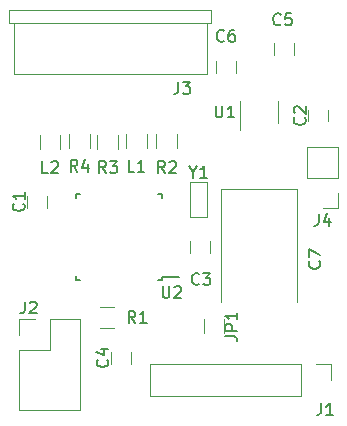
<source format=gbr>
G04 #@! TF.FileFunction,Legend,Top*
%FSLAX46Y46*%
G04 Gerber Fmt 4.6, Leading zero omitted, Abs format (unit mm)*
G04 Created by KiCad (PCBNEW 4.0.6) date 12/07/17 13:55:48*
%MOMM*%
%LPD*%
G01*
G04 APERTURE LIST*
%ADD10C,0.100000*%
%ADD11C,0.120000*%
%ADD12C,0.150000*%
%ADD13C,0.050000*%
G04 APERTURE END LIST*
D10*
D11*
X134650000Y-86800000D02*
X134650000Y-87800000D01*
X136350000Y-87800000D02*
X136350000Y-86800000D01*
X158450000Y-79500000D02*
X158450000Y-80500000D01*
X160150000Y-80500000D02*
X160150000Y-79500000D01*
X150150000Y-91600000D02*
X150150000Y-90600000D01*
X148450000Y-90600000D02*
X148450000Y-91600000D01*
X141750000Y-100000000D02*
X141750000Y-101000000D01*
X143450000Y-101000000D02*
X143450000Y-100000000D01*
X155550000Y-73900000D02*
X155550000Y-74900000D01*
X157250000Y-74900000D02*
X157250000Y-73900000D01*
X150650000Y-75400000D02*
X150650000Y-76400000D01*
X152350000Y-76400000D02*
X152350000Y-75400000D01*
X145070000Y-101070000D02*
X145070000Y-103730000D01*
X157830000Y-101070000D02*
X145070000Y-101070000D01*
X157830000Y-103730000D02*
X145070000Y-103730000D01*
X157830000Y-101070000D02*
X157830000Y-103730000D01*
X159100000Y-101070000D02*
X160430000Y-101070000D01*
X160430000Y-101070000D02*
X160430000Y-102400000D01*
X133970000Y-104970000D02*
X139170000Y-104970000D01*
X133970000Y-99830000D02*
X133970000Y-104970000D01*
X139170000Y-97230000D02*
X139170000Y-104970000D01*
X133970000Y-99830000D02*
X136570000Y-99830000D01*
X136570000Y-99830000D02*
X136570000Y-97230000D01*
X136570000Y-97230000D02*
X139170000Y-97230000D01*
X133970000Y-98560000D02*
X133970000Y-97230000D01*
X133970000Y-97230000D02*
X135300000Y-97230000D01*
X151380000Y-97250000D02*
X151380000Y-98450000D01*
X149620000Y-98450000D02*
X149620000Y-97250000D01*
X140620000Y-82850000D02*
X140620000Y-81650000D01*
X142380000Y-81650000D02*
X142380000Y-82850000D01*
X137480000Y-81650000D02*
X137480000Y-82850000D01*
X135720000Y-82850000D02*
X135720000Y-81650000D01*
X140850000Y-96220000D02*
X142050000Y-96220000D01*
X142050000Y-97980000D02*
X140850000Y-97980000D01*
X145620000Y-82750000D02*
X145620000Y-81550000D01*
X147380000Y-81550000D02*
X147380000Y-82750000D01*
X144780000Y-81550000D02*
X144780000Y-82750000D01*
X143020000Y-82750000D02*
X143020000Y-81550000D01*
X139980000Y-81550000D02*
X139980000Y-82750000D01*
X138220000Y-82750000D02*
X138220000Y-81550000D01*
X155910000Y-80600000D02*
X155910000Y-78800000D01*
X152690000Y-78800000D02*
X152690000Y-81250000D01*
D12*
X146075000Y-93925000D02*
X146075000Y-93700000D01*
X138825000Y-93925000D02*
X138825000Y-93600000D01*
X138825000Y-86675000D02*
X138825000Y-87000000D01*
X146075000Y-86675000D02*
X146075000Y-87000000D01*
X146075000Y-93925000D02*
X145750000Y-93925000D01*
X146075000Y-86675000D02*
X145750000Y-86675000D01*
X138825000Y-86675000D02*
X139150000Y-86675000D01*
X138825000Y-93925000D02*
X139150000Y-93925000D01*
X146075000Y-93700000D02*
X147500000Y-93700000D01*
D10*
X148500000Y-85600000D02*
X148500000Y-88600000D01*
X148500000Y-88600000D02*
X149900000Y-88600000D01*
X149900000Y-88600000D02*
X149900000Y-85600000D01*
X149900000Y-85600000D02*
X148500000Y-85600000D01*
D13*
X133600000Y-76500000D02*
X133600000Y-72200000D01*
X149900000Y-76500000D02*
X133600000Y-76500000D01*
X149900000Y-72200000D02*
X149900000Y-76500000D01*
D10*
X150275000Y-72200000D02*
X150275000Y-71100000D01*
X133125000Y-72200000D02*
X133125000Y-71100000D01*
X150275000Y-72200000D02*
X133125000Y-72200000D01*
X150275000Y-71100000D02*
X133125000Y-71100000D01*
D11*
X157550000Y-86225000D02*
X157550000Y-95825000D01*
X151050000Y-86225000D02*
X151050000Y-95825000D01*
X157550000Y-86225000D02*
X151050000Y-86225000D01*
X161030000Y-82670000D02*
X158370000Y-82670000D01*
X161030000Y-85270000D02*
X161030000Y-82670000D01*
X158370000Y-85270000D02*
X158370000Y-82670000D01*
X161030000Y-85270000D02*
X158370000Y-85270000D01*
X161030000Y-86540000D02*
X161030000Y-87870000D01*
X161030000Y-87870000D02*
X159700000Y-87870000D01*
D12*
X134357143Y-87466666D02*
X134404762Y-87514285D01*
X134452381Y-87657142D01*
X134452381Y-87752380D01*
X134404762Y-87895238D01*
X134309524Y-87990476D01*
X134214286Y-88038095D01*
X134023810Y-88085714D01*
X133880952Y-88085714D01*
X133690476Y-88038095D01*
X133595238Y-87990476D01*
X133500000Y-87895238D01*
X133452381Y-87752380D01*
X133452381Y-87657142D01*
X133500000Y-87514285D01*
X133547619Y-87466666D01*
X134452381Y-86514285D02*
X134452381Y-87085714D01*
X134452381Y-86800000D02*
X133452381Y-86800000D01*
X133595238Y-86895238D01*
X133690476Y-86990476D01*
X133738095Y-87085714D01*
X158157143Y-80166666D02*
X158204762Y-80214285D01*
X158252381Y-80357142D01*
X158252381Y-80452380D01*
X158204762Y-80595238D01*
X158109524Y-80690476D01*
X158014286Y-80738095D01*
X157823810Y-80785714D01*
X157680952Y-80785714D01*
X157490476Y-80738095D01*
X157395238Y-80690476D01*
X157300000Y-80595238D01*
X157252381Y-80452380D01*
X157252381Y-80357142D01*
X157300000Y-80214285D01*
X157347619Y-80166666D01*
X157347619Y-79785714D02*
X157300000Y-79738095D01*
X157252381Y-79642857D01*
X157252381Y-79404761D01*
X157300000Y-79309523D01*
X157347619Y-79261904D01*
X157442857Y-79214285D01*
X157538095Y-79214285D01*
X157680952Y-79261904D01*
X158252381Y-79833333D01*
X158252381Y-79214285D01*
X149233334Y-94257143D02*
X149185715Y-94304762D01*
X149042858Y-94352381D01*
X148947620Y-94352381D01*
X148804762Y-94304762D01*
X148709524Y-94209524D01*
X148661905Y-94114286D01*
X148614286Y-93923810D01*
X148614286Y-93780952D01*
X148661905Y-93590476D01*
X148709524Y-93495238D01*
X148804762Y-93400000D01*
X148947620Y-93352381D01*
X149042858Y-93352381D01*
X149185715Y-93400000D01*
X149233334Y-93447619D01*
X149566667Y-93352381D02*
X150185715Y-93352381D01*
X149852381Y-93733333D01*
X149995239Y-93733333D01*
X150090477Y-93780952D01*
X150138096Y-93828571D01*
X150185715Y-93923810D01*
X150185715Y-94161905D01*
X150138096Y-94257143D01*
X150090477Y-94304762D01*
X149995239Y-94352381D01*
X149709524Y-94352381D01*
X149614286Y-94304762D01*
X149566667Y-94257143D01*
X141457143Y-100666666D02*
X141504762Y-100714285D01*
X141552381Y-100857142D01*
X141552381Y-100952380D01*
X141504762Y-101095238D01*
X141409524Y-101190476D01*
X141314286Y-101238095D01*
X141123810Y-101285714D01*
X140980952Y-101285714D01*
X140790476Y-101238095D01*
X140695238Y-101190476D01*
X140600000Y-101095238D01*
X140552381Y-100952380D01*
X140552381Y-100857142D01*
X140600000Y-100714285D01*
X140647619Y-100666666D01*
X140885714Y-99809523D02*
X141552381Y-99809523D01*
X140504762Y-100047619D02*
X141219048Y-100285714D01*
X141219048Y-99666666D01*
X156133334Y-72257143D02*
X156085715Y-72304762D01*
X155942858Y-72352381D01*
X155847620Y-72352381D01*
X155704762Y-72304762D01*
X155609524Y-72209524D01*
X155561905Y-72114286D01*
X155514286Y-71923810D01*
X155514286Y-71780952D01*
X155561905Y-71590476D01*
X155609524Y-71495238D01*
X155704762Y-71400000D01*
X155847620Y-71352381D01*
X155942858Y-71352381D01*
X156085715Y-71400000D01*
X156133334Y-71447619D01*
X157038096Y-71352381D02*
X156561905Y-71352381D01*
X156514286Y-71828571D01*
X156561905Y-71780952D01*
X156657143Y-71733333D01*
X156895239Y-71733333D01*
X156990477Y-71780952D01*
X157038096Y-71828571D01*
X157085715Y-71923810D01*
X157085715Y-72161905D01*
X157038096Y-72257143D01*
X156990477Y-72304762D01*
X156895239Y-72352381D01*
X156657143Y-72352381D01*
X156561905Y-72304762D01*
X156514286Y-72257143D01*
X151333334Y-73657143D02*
X151285715Y-73704762D01*
X151142858Y-73752381D01*
X151047620Y-73752381D01*
X150904762Y-73704762D01*
X150809524Y-73609524D01*
X150761905Y-73514286D01*
X150714286Y-73323810D01*
X150714286Y-73180952D01*
X150761905Y-72990476D01*
X150809524Y-72895238D01*
X150904762Y-72800000D01*
X151047620Y-72752381D01*
X151142858Y-72752381D01*
X151285715Y-72800000D01*
X151333334Y-72847619D01*
X152190477Y-72752381D02*
X152000000Y-72752381D01*
X151904762Y-72800000D01*
X151857143Y-72847619D01*
X151761905Y-72990476D01*
X151714286Y-73180952D01*
X151714286Y-73561905D01*
X151761905Y-73657143D01*
X151809524Y-73704762D01*
X151904762Y-73752381D01*
X152095239Y-73752381D01*
X152190477Y-73704762D01*
X152238096Y-73657143D01*
X152285715Y-73561905D01*
X152285715Y-73323810D01*
X152238096Y-73228571D01*
X152190477Y-73180952D01*
X152095239Y-73133333D01*
X151904762Y-73133333D01*
X151809524Y-73180952D01*
X151761905Y-73228571D01*
X151714286Y-73323810D01*
X159566667Y-104352381D02*
X159566667Y-105066667D01*
X159519047Y-105209524D01*
X159423809Y-105304762D01*
X159280952Y-105352381D01*
X159185714Y-105352381D01*
X160566667Y-105352381D02*
X159995238Y-105352381D01*
X160280952Y-105352381D02*
X160280952Y-104352381D01*
X160185714Y-104495238D01*
X160090476Y-104590476D01*
X159995238Y-104638095D01*
X134466667Y-95752381D02*
X134466667Y-96466667D01*
X134419047Y-96609524D01*
X134323809Y-96704762D01*
X134180952Y-96752381D01*
X134085714Y-96752381D01*
X134895238Y-95847619D02*
X134942857Y-95800000D01*
X135038095Y-95752381D01*
X135276191Y-95752381D01*
X135371429Y-95800000D01*
X135419048Y-95847619D01*
X135466667Y-95942857D01*
X135466667Y-96038095D01*
X135419048Y-96180952D01*
X134847619Y-96752381D01*
X135466667Y-96752381D01*
X151452381Y-98683333D02*
X152166667Y-98683333D01*
X152309524Y-98730953D01*
X152404762Y-98826191D01*
X152452381Y-98969048D01*
X152452381Y-99064286D01*
X152452381Y-98207143D02*
X151452381Y-98207143D01*
X151452381Y-97826190D01*
X151500000Y-97730952D01*
X151547619Y-97683333D01*
X151642857Y-97635714D01*
X151785714Y-97635714D01*
X151880952Y-97683333D01*
X151928571Y-97730952D01*
X151976190Y-97826190D01*
X151976190Y-98207143D01*
X152452381Y-96683333D02*
X152452381Y-97254762D01*
X152452381Y-96969048D02*
X151452381Y-96969048D01*
X151595238Y-97064286D01*
X151690476Y-97159524D01*
X151738095Y-97254762D01*
X143733334Y-84752381D02*
X143257143Y-84752381D01*
X143257143Y-83752381D01*
X144590477Y-84752381D02*
X144019048Y-84752381D01*
X144304762Y-84752381D02*
X144304762Y-83752381D01*
X144209524Y-83895238D01*
X144114286Y-83990476D01*
X144019048Y-84038095D01*
X136433334Y-84852381D02*
X135957143Y-84852381D01*
X135957143Y-83852381D01*
X136719048Y-83947619D02*
X136766667Y-83900000D01*
X136861905Y-83852381D01*
X137100001Y-83852381D01*
X137195239Y-83900000D01*
X137242858Y-83947619D01*
X137290477Y-84042857D01*
X137290477Y-84138095D01*
X137242858Y-84280952D01*
X136671429Y-84852381D01*
X137290477Y-84852381D01*
X143833334Y-97552381D02*
X143500000Y-97076190D01*
X143261905Y-97552381D02*
X143261905Y-96552381D01*
X143642858Y-96552381D01*
X143738096Y-96600000D01*
X143785715Y-96647619D01*
X143833334Y-96742857D01*
X143833334Y-96885714D01*
X143785715Y-96980952D01*
X143738096Y-97028571D01*
X143642858Y-97076190D01*
X143261905Y-97076190D01*
X144785715Y-97552381D02*
X144214286Y-97552381D01*
X144500000Y-97552381D02*
X144500000Y-96552381D01*
X144404762Y-96695238D01*
X144309524Y-96790476D01*
X144214286Y-96838095D01*
X146333334Y-84852381D02*
X146000000Y-84376190D01*
X145761905Y-84852381D02*
X145761905Y-83852381D01*
X146142858Y-83852381D01*
X146238096Y-83900000D01*
X146285715Y-83947619D01*
X146333334Y-84042857D01*
X146333334Y-84185714D01*
X146285715Y-84280952D01*
X146238096Y-84328571D01*
X146142858Y-84376190D01*
X145761905Y-84376190D01*
X146714286Y-83947619D02*
X146761905Y-83900000D01*
X146857143Y-83852381D01*
X147095239Y-83852381D01*
X147190477Y-83900000D01*
X147238096Y-83947619D01*
X147285715Y-84042857D01*
X147285715Y-84138095D01*
X147238096Y-84280952D01*
X146666667Y-84852381D01*
X147285715Y-84852381D01*
X141333334Y-84852381D02*
X141000000Y-84376190D01*
X140761905Y-84852381D02*
X140761905Y-83852381D01*
X141142858Y-83852381D01*
X141238096Y-83900000D01*
X141285715Y-83947619D01*
X141333334Y-84042857D01*
X141333334Y-84185714D01*
X141285715Y-84280952D01*
X141238096Y-84328571D01*
X141142858Y-84376190D01*
X140761905Y-84376190D01*
X141666667Y-83852381D02*
X142285715Y-83852381D01*
X141952381Y-84233333D01*
X142095239Y-84233333D01*
X142190477Y-84280952D01*
X142238096Y-84328571D01*
X142285715Y-84423810D01*
X142285715Y-84661905D01*
X142238096Y-84757143D01*
X142190477Y-84804762D01*
X142095239Y-84852381D01*
X141809524Y-84852381D01*
X141714286Y-84804762D01*
X141666667Y-84757143D01*
X138933334Y-84752381D02*
X138600000Y-84276190D01*
X138361905Y-84752381D02*
X138361905Y-83752381D01*
X138742858Y-83752381D01*
X138838096Y-83800000D01*
X138885715Y-83847619D01*
X138933334Y-83942857D01*
X138933334Y-84085714D01*
X138885715Y-84180952D01*
X138838096Y-84228571D01*
X138742858Y-84276190D01*
X138361905Y-84276190D01*
X139790477Y-84085714D02*
X139790477Y-84752381D01*
X139552381Y-83704762D02*
X139314286Y-84419048D01*
X139933334Y-84419048D01*
X150638095Y-79152381D02*
X150638095Y-79961905D01*
X150685714Y-80057143D01*
X150733333Y-80104762D01*
X150828571Y-80152381D01*
X151019048Y-80152381D01*
X151114286Y-80104762D01*
X151161905Y-80057143D01*
X151209524Y-79961905D01*
X151209524Y-79152381D01*
X152209524Y-80152381D02*
X151638095Y-80152381D01*
X151923809Y-80152381D02*
X151923809Y-79152381D01*
X151828571Y-79295238D01*
X151733333Y-79390476D01*
X151638095Y-79438095D01*
X146138095Y-94452381D02*
X146138095Y-95261905D01*
X146185714Y-95357143D01*
X146233333Y-95404762D01*
X146328571Y-95452381D01*
X146519048Y-95452381D01*
X146614286Y-95404762D01*
X146661905Y-95357143D01*
X146709524Y-95261905D01*
X146709524Y-94452381D01*
X147138095Y-94547619D02*
X147185714Y-94500000D01*
X147280952Y-94452381D01*
X147519048Y-94452381D01*
X147614286Y-94500000D01*
X147661905Y-94547619D01*
X147709524Y-94642857D01*
X147709524Y-94738095D01*
X147661905Y-94880952D01*
X147090476Y-95452381D01*
X147709524Y-95452381D01*
X148723809Y-84776190D02*
X148723809Y-85252381D01*
X148390476Y-84252381D02*
X148723809Y-84776190D01*
X149057143Y-84252381D01*
X149914286Y-85252381D02*
X149342857Y-85252381D01*
X149628571Y-85252381D02*
X149628571Y-84252381D01*
X149533333Y-84395238D01*
X149438095Y-84490476D01*
X149342857Y-84538095D01*
X147466667Y-77152381D02*
X147466667Y-77866667D01*
X147419047Y-78009524D01*
X147323809Y-78104762D01*
X147180952Y-78152381D01*
X147085714Y-78152381D01*
X147847619Y-77152381D02*
X148466667Y-77152381D01*
X148133333Y-77533333D01*
X148276191Y-77533333D01*
X148371429Y-77580952D01*
X148419048Y-77628571D01*
X148466667Y-77723810D01*
X148466667Y-77961905D01*
X148419048Y-78057143D01*
X148371429Y-78104762D01*
X148276191Y-78152381D01*
X147990476Y-78152381D01*
X147895238Y-78104762D01*
X147847619Y-78057143D01*
X159407143Y-92341666D02*
X159454762Y-92389285D01*
X159502381Y-92532142D01*
X159502381Y-92627380D01*
X159454762Y-92770238D01*
X159359524Y-92865476D01*
X159264286Y-92913095D01*
X159073810Y-92960714D01*
X158930952Y-92960714D01*
X158740476Y-92913095D01*
X158645238Y-92865476D01*
X158550000Y-92770238D01*
X158502381Y-92627380D01*
X158502381Y-92532142D01*
X158550000Y-92389285D01*
X158597619Y-92341666D01*
X158502381Y-92008333D02*
X158502381Y-91341666D01*
X159502381Y-91770238D01*
X159366667Y-88322381D02*
X159366667Y-89036667D01*
X159319047Y-89179524D01*
X159223809Y-89274762D01*
X159080952Y-89322381D01*
X158985714Y-89322381D01*
X160271429Y-88655714D02*
X160271429Y-89322381D01*
X160033333Y-88274762D02*
X159795238Y-88989048D01*
X160414286Y-88989048D01*
M02*

</source>
